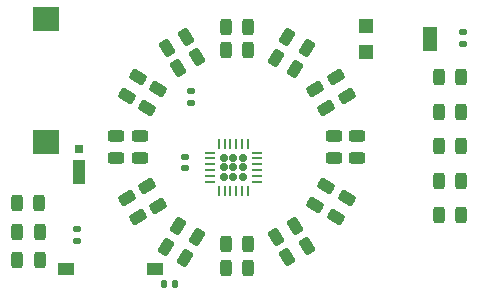
<source format=gtp>
%TF.GenerationSoftware,KiCad,Pcbnew,6.0.5-a6ca702e91~116~ubuntu21.10.1*%
%TF.CreationDate,2022-05-21T13:53:59+10:00*%
%TF.ProjectId,FlarmDisplay,466c6172-6d44-4697-9370-6c61792e6b69,rev?*%
%TF.SameCoordinates,Original*%
%TF.FileFunction,Paste,Top*%
%TF.FilePolarity,Positive*%
%FSLAX46Y46*%
G04 Gerber Fmt 4.6, Leading zero omitted, Abs format (unit mm)*
G04 Created by KiCad (PCBNEW 6.0.5-a6ca702e91~116~ubuntu21.10.1) date 2022-05-21 13:53:59*
%MOMM*%
%LPD*%
G01*
G04 APERTURE LIST*
G04 Aperture macros list*
%AMRoundRect*
0 Rectangle with rounded corners*
0 $1 Rounding radius*
0 $2 $3 $4 $5 $6 $7 $8 $9 X,Y pos of 4 corners*
0 Add a 4 corners polygon primitive as box body*
4,1,4,$2,$3,$4,$5,$6,$7,$8,$9,$2,$3,0*
0 Add four circle primitives for the rounded corners*
1,1,$1+$1,$2,$3*
1,1,$1+$1,$4,$5*
1,1,$1+$1,$6,$7*
1,1,$1+$1,$8,$9*
0 Add four rect primitives between the rounded corners*
20,1,$1+$1,$2,$3,$4,$5,0*
20,1,$1+$1,$4,$5,$6,$7,0*
20,1,$1+$1,$6,$7,$8,$9,0*
20,1,$1+$1,$8,$9,$2,$3,0*%
G04 Aperture macros list end*
%ADD10RoundRect,0.140000X0.140000X0.170000X-0.140000X0.170000X-0.140000X-0.170000X0.140000X-0.170000X0*%
%ADD11R,1.100000X2.000000*%
%ADD12R,0.800000X0.800000*%
%ADD13RoundRect,0.243750X-0.243750X-0.456250X0.243750X-0.456250X0.243750X0.456250X-0.243750X0.456250X0*%
%ADD14RoundRect,0.243750X0.456250X-0.243750X0.456250X0.243750X-0.456250X0.243750X-0.456250X-0.243750X0*%
%ADD15RoundRect,0.243750X-0.516999X-0.017031X-0.273249X-0.439219X0.516999X0.017031X0.273249X0.439219X0*%
%ADD16RoundRect,0.243750X-0.273249X0.439219X-0.516999X0.017031X0.273249X-0.439219X0.516999X-0.017031X0*%
%ADD17RoundRect,0.243750X-0.017031X0.516999X-0.439219X0.273249X0.017031X-0.516999X0.439219X-0.273249X0*%
%ADD18RoundRect,0.243750X0.516999X0.017031X0.273249X0.439219X-0.516999X-0.017031X-0.273249X-0.439219X0*%
%ADD19RoundRect,0.243750X0.273249X-0.439219X0.516999X-0.017031X-0.273249X0.439219X-0.516999X0.017031X0*%
%ADD20RoundRect,0.135000X0.185000X-0.135000X0.185000X0.135000X-0.185000X0.135000X-0.185000X-0.135000X0*%
%ADD21RoundRect,0.243750X0.439219X0.273249X0.017031X0.516999X-0.439219X-0.273249X-0.017031X-0.516999X0*%
%ADD22RoundRect,0.243750X-0.439219X-0.273249X-0.017031X-0.516999X0.439219X0.273249X0.017031X0.516999X0*%
%ADD23RoundRect,0.243750X0.017031X-0.516999X0.439219X-0.273249X-0.017031X0.516999X-0.439219X0.273249X0*%
%ADD24RoundRect,0.165000X0.165000X-0.165000X0.165000X0.165000X-0.165000X0.165000X-0.165000X-0.165000X0*%
%ADD25RoundRect,0.062500X0.062500X-0.325000X0.062500X0.325000X-0.062500X0.325000X-0.062500X-0.325000X0*%
%ADD26RoundRect,0.062500X0.325000X-0.062500X0.325000X0.062500X-0.325000X0.062500X-0.325000X-0.062500X0*%
%ADD27R,1.450000X1.000000*%
%ADD28R,1.300000X1.300000*%
%ADD29R,1.300000X2.000000*%
%ADD30RoundRect,0.140000X-0.170000X0.140000X-0.170000X-0.140000X0.170000X-0.140000X0.170000X0.140000X0*%
%ADD31RoundRect,0.135000X-0.185000X0.135000X-0.185000X-0.135000X0.185000X-0.135000X0.185000X0.135000X0*%
%ADD32R,2.200000X2.000000*%
G04 APERTURE END LIST*
D10*
X96149000Y-134112000D03*
X95189000Y-134112000D03*
D11*
X88021000Y-124587000D03*
D12*
X88021000Y-122687000D03*
D13*
X100441600Y-114274600D03*
X102316600Y-114274600D03*
D14*
X111592200Y-123444000D03*
X111592200Y-121569000D03*
D15*
X109763400Y-116586000D03*
X110700900Y-118209798D03*
X108026950Y-117577501D03*
X108964450Y-119201299D03*
D14*
X109611000Y-123444000D03*
X109611000Y-121569000D03*
D13*
X100441600Y-112293400D03*
X102316600Y-112293400D03*
D16*
X108974900Y-125810906D03*
X108037400Y-127434704D03*
D17*
X106311904Y-129160200D03*
X104688106Y-130097700D03*
D18*
X94712800Y-127439794D03*
X93775300Y-125815996D03*
D16*
X110703200Y-126796800D03*
X109765700Y-128420598D03*
D13*
X82814000Y-132080000D03*
X84689000Y-132080000D03*
X82791000Y-127254000D03*
X84666000Y-127254000D03*
D18*
X92999400Y-128447800D03*
X92061900Y-126824002D03*
D13*
X118501000Y-119507000D03*
X120376000Y-119507000D03*
X118501000Y-122428000D03*
X120376000Y-122428000D03*
D19*
X92083000Y-118200000D03*
X93020500Y-116576202D03*
D13*
X118501000Y-125349000D03*
X120376000Y-125349000D03*
X118501000Y-128270000D03*
X120376000Y-128270000D03*
D20*
X97546000Y-118745000D03*
X97546000Y-117725000D03*
X120533000Y-113796000D03*
X120533000Y-112776000D03*
D21*
X98054000Y-130124200D03*
X96430202Y-129186700D03*
D17*
X107297798Y-130888500D03*
X105674000Y-131826000D03*
D21*
X97038000Y-131851400D03*
X95414202Y-130913900D03*
D14*
X91170600Y-123441600D03*
X91170600Y-121566600D03*
X93151800Y-123444000D03*
X93151800Y-121569000D03*
D22*
X104682001Y-114923450D03*
X106305799Y-115860950D03*
X105674000Y-113207800D03*
X107297798Y-114145300D03*
D13*
X100444000Y-130733800D03*
X102319000Y-130733800D03*
X100446200Y-132715000D03*
X102321200Y-132715000D03*
D23*
X95439602Y-114094500D03*
X97063400Y-113157000D03*
X96433106Y-115822900D03*
X98056904Y-114885400D03*
D24*
X100282000Y-123386000D03*
X101102000Y-125026000D03*
X101102000Y-123386000D03*
X101922000Y-123386000D03*
X100282000Y-124206000D03*
X101922000Y-125026000D03*
X101922000Y-124206000D03*
X100282000Y-125026000D03*
X101102000Y-124206000D03*
D25*
X99852000Y-126193500D03*
X100352000Y-126193500D03*
X100852000Y-126193500D03*
X101352000Y-126193500D03*
X101852000Y-126193500D03*
X102352000Y-126193500D03*
D26*
X103089500Y-125456000D03*
X103089500Y-124956000D03*
X103089500Y-124456000D03*
X103089500Y-123956000D03*
X103089500Y-123456000D03*
X103089500Y-122956000D03*
D25*
X102352000Y-122218500D03*
X101852000Y-122218500D03*
X101352000Y-122218500D03*
X100852000Y-122218500D03*
X100352000Y-122218500D03*
X99852000Y-122218500D03*
D26*
X99114500Y-122956000D03*
X99114500Y-123456000D03*
X99114500Y-123956000D03*
X99114500Y-124456000D03*
X99114500Y-124956000D03*
X99114500Y-125456000D03*
D27*
X94498000Y-132842000D03*
X86923000Y-132842000D03*
D13*
X82814000Y-129667000D03*
X84689000Y-129667000D03*
D19*
X93783000Y-119200000D03*
X94720500Y-117576202D03*
D13*
X118499000Y-116587000D03*
X120374000Y-116587000D03*
D28*
X112295000Y-112211000D03*
D29*
X117745000Y-113311000D03*
D28*
X112295000Y-114461000D03*
D30*
X97038000Y-123317000D03*
X97038000Y-124277000D03*
D31*
X87894000Y-129413000D03*
X87894000Y-130433000D03*
D32*
X85204000Y-111642400D03*
X85204000Y-122042400D03*
M02*

</source>
